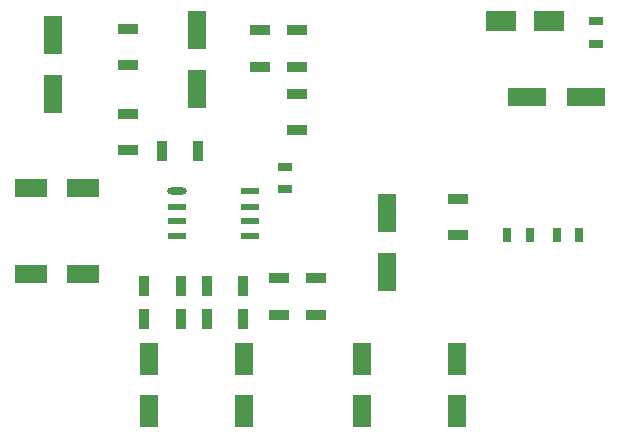
<source format=gtp>
G04 Layer_Color=8421504*
%FSLAX44Y44*%
%MOMM*%
G71*
G01*
G75*
%ADD10R,2.5000X1.7000*%
%ADD11R,0.7000X1.3000*%
%ADD12R,1.3000X0.7000*%
%ADD13R,1.7020X0.9140*%
%ADD14R,0.9140X1.7020*%
%ADD15R,2.8000X1.6000*%
%ADD16R,1.6000X2.8000*%
%ADD17R,1.6000X3.2000*%
%ADD18R,3.2000X1.6000*%
%ADD19R,1.6500X0.6000*%
%ADD20O,1.6500X0.6000*%
D10*
X461000Y485000D02*
D03*
X501000D02*
D03*
D11*
X527000Y304000D02*
D03*
X508000D02*
D03*
X485000D02*
D03*
X466000D02*
D03*
D12*
X278000Y343000D02*
D03*
Y362000D02*
D03*
X541000Y485000D02*
D03*
Y466000D02*
D03*
D13*
X145000Y478370D02*
D03*
Y447630D02*
D03*
X257000Y446630D02*
D03*
Y477370D02*
D03*
X145000Y406370D02*
D03*
Y375630D02*
D03*
X273000Y267370D02*
D03*
Y236630D02*
D03*
X288000Y477370D02*
D03*
Y446630D02*
D03*
Y392630D02*
D03*
Y423370D02*
D03*
X304000Y236630D02*
D03*
Y267370D02*
D03*
X424000Y334370D02*
D03*
Y303630D02*
D03*
D14*
X189370Y261000D02*
D03*
X158630D02*
D03*
X211630D02*
D03*
X242370D02*
D03*
X204370Y375000D02*
D03*
X173630D02*
D03*
X189370Y233000D02*
D03*
X158630D02*
D03*
X211630D02*
D03*
X242370D02*
D03*
D15*
X63000Y344000D02*
D03*
X107000D02*
D03*
X63000Y271000D02*
D03*
X107000D02*
D03*
D16*
X243000Y155000D02*
D03*
Y199000D02*
D03*
X163000Y155000D02*
D03*
Y199000D02*
D03*
X343000Y155000D02*
D03*
Y199000D02*
D03*
X423000Y155000D02*
D03*
Y199000D02*
D03*
D17*
X81000Y473000D02*
D03*
Y423000D02*
D03*
X203000Y428000D02*
D03*
Y478000D02*
D03*
X364000Y323000D02*
D03*
Y273000D02*
D03*
D18*
X483000Y421000D02*
D03*
X533000D02*
D03*
D19*
X248000Y303000D02*
D03*
Y316000D02*
D03*
Y328000D02*
D03*
Y341000D02*
D03*
X186000Y303000D02*
D03*
Y316000D02*
D03*
Y328000D02*
D03*
D20*
Y341000D02*
D03*
M02*

</source>
